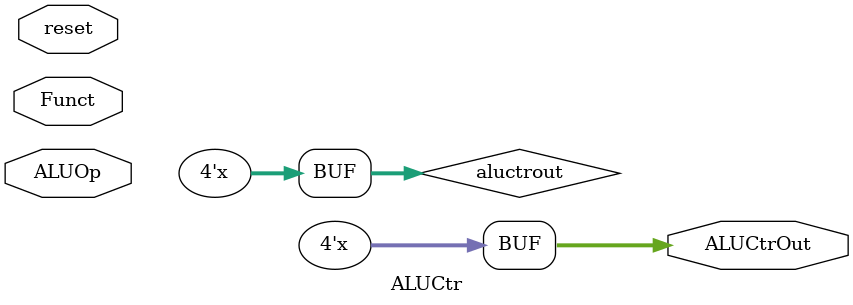
<source format=v>
`timescale 1ns / 1ps


module ALUCtr( input [1:0] ALUOp, input [5:0] Funct, 
input reset,output [3:0] ALUCtrOut);

    reg [3:0] aluctrout;
    
    always @(ALUOp or Funct)
    begin
        casex({ALUOp,Funct})
            8'b00xxxxxx: aluctrout = 4'b0010; 
            8'b01xxxxxx: aluctrout = 4'b0110;
            8'b1xxx0000: aluctrout = 4'b0010;
            8'b1xxx0010: aluctrout = 4'b0110;
            8'b1xxx0100: aluctrout = 4'b0000;
            8'b1xxx0101: aluctrout = 4'b0001;
            8'b1xxx1010: aluctrout = 4'b0111;
            default:     aluctrout = 4'b1111;
        endcase
    end
    
    always @(*)
    begin
        if (reset)
            aluctrout = 4'bx;
    end
   
    assign ALUCtrOut = aluctrout;
    
    
    
endmodule

</source>
